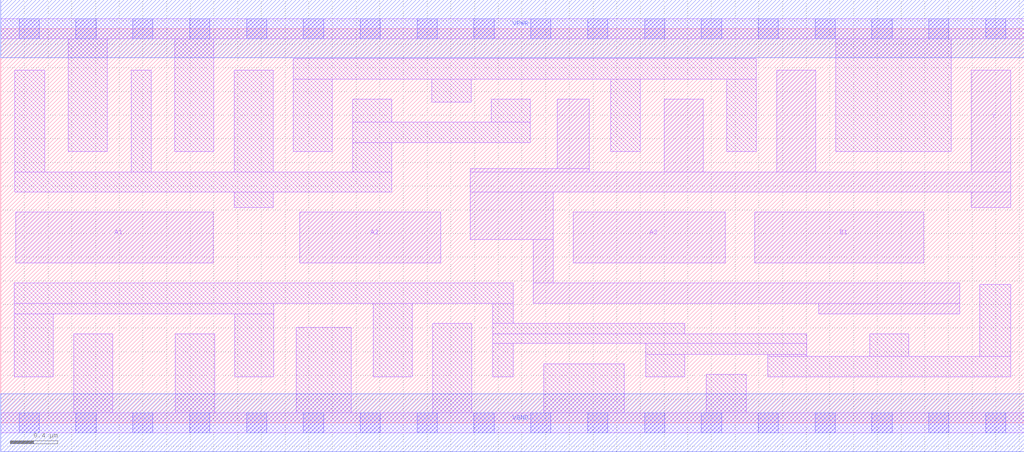
<source format=lef>
# Copyright 2020 The SkyWater PDK Authors
#
# Licensed under the Apache License, Version 2.0 (the "License");
# you may not use this file except in compliance with the License.
# You may obtain a copy of the License at
#
#     https://www.apache.org/licenses/LICENSE-2.0
#
# Unless required by applicable law or agreed to in writing, software
# distributed under the License is distributed on an "AS IS" BASIS,
# WITHOUT WARRANTIES OR CONDITIONS OF ANY KIND, either express or implied.
# See the License for the specific language governing permissions and
# limitations under the License.
#
# SPDX-License-Identifier: Apache-2.0

VERSION 5.7 ;
  NAMESCASESENSITIVE ON ;
  NOWIREEXTENSIONATPIN ON ;
  DIVIDERCHAR "/" ;
  BUSBITCHARS "[]" ;
UNITS
  DATABASE MICRONS 200 ;
END UNITS
MACRO sky130_fd_sc_ls__o31ai_4
  CLASS CORE ;
  SOURCE USER ;
  FOREIGN sky130_fd_sc_ls__o31ai_4 ;
  ORIGIN  0.000000  0.000000 ;
  SIZE  8.640000 BY  3.330000 ;
  SYMMETRY X Y ;
  SITE unit ;
  PIN A1
    ANTENNAGATEAREA  1.116000 ;
    DIRECTION INPUT ;
    USE SIGNAL ;
    PORT
      LAYER li1 ;
        RECT 0.125000 1.350000 1.795000 1.780000 ;
    END
  END A1
  PIN A2
    ANTENNAGATEAREA  1.116000 ;
    DIRECTION INPUT ;
    USE SIGNAL ;
    PORT
      LAYER li1 ;
        RECT 2.525000 1.350000 3.715000 1.780000 ;
    END
  END A2
  PIN A3
    ANTENNAGATEAREA  1.116000 ;
    DIRECTION INPUT ;
    USE SIGNAL ;
    PORT
      LAYER li1 ;
        RECT 4.835000 1.350000 6.115000 1.780000 ;
    END
  END A3
  PIN B1
    ANTENNAGATEAREA  0.780000 ;
    DIRECTION INPUT ;
    USE SIGNAL ;
    PORT
      LAYER li1 ;
        RECT 6.365000 1.350000 7.790000 1.780000 ;
    END
  END B1
  PIN Y
    ANTENNADIFFAREA  1.803200 ;
    DIRECTION OUTPUT ;
    USE SIGNAL ;
    PORT
      LAYER li1 ;
        RECT 3.965000 1.550000 4.665000 1.950000 ;
        RECT 3.965000 1.950000 8.525000 2.120000 ;
        RECT 3.965000 2.120000 4.970000 2.150000 ;
        RECT 4.495000 1.010000 8.095000 1.180000 ;
        RECT 4.495000 1.180000 4.665000 1.550000 ;
        RECT 4.700000 2.150000 4.970000 2.735000 ;
        RECT 5.600000 2.120000 5.930000 2.735000 ;
        RECT 6.550000 2.120000 6.880000 2.980000 ;
        RECT 6.905000 0.920000 8.095000 1.010000 ;
        RECT 8.195000 1.820000 8.525000 1.950000 ;
        RECT 8.195000 2.120000 8.525000 2.980000 ;
    END
  END Y
  PIN VGND
    DIRECTION INOUT ;
    SHAPE ABUTMENT ;
    USE GROUND ;
    PORT
      LAYER met1 ;
        RECT 0.000000 -0.245000 8.640000 0.245000 ;
    END
  END VGND
  PIN VPWR
    DIRECTION INOUT ;
    SHAPE ABUTMENT ;
    USE POWER ;
    PORT
      LAYER met1 ;
        RECT 0.000000 3.085000 8.640000 3.575000 ;
    END
  END VPWR
  OBS
    LAYER li1 ;
      RECT 0.000000 -0.085000 8.640000 0.085000 ;
      RECT 0.000000  3.245000 8.640000 3.415000 ;
      RECT 0.115000  0.390000 0.445000 0.920000 ;
      RECT 0.115000  0.920000 2.305000 1.010000 ;
      RECT 0.115000  1.010000 4.325000 1.180000 ;
      RECT 0.120000  1.950000 3.300000 2.120000 ;
      RECT 0.120000  2.120000 0.370000 2.980000 ;
      RECT 0.570000  2.290000 0.900000 3.245000 ;
      RECT 0.615000  0.085000 0.945000 0.750000 ;
      RECT 1.100000  2.120000 1.270000 2.980000 ;
      RECT 1.470000  2.290000 1.800000 3.245000 ;
      RECT 1.475000  0.085000 1.805000 0.750000 ;
      RECT 1.970000  1.820000 2.300000 1.950000 ;
      RECT 1.970000  2.120000 2.300000 2.980000 ;
      RECT 1.975000  0.390000 2.305000 0.920000 ;
      RECT 2.470000  2.290000 2.800000 2.905000 ;
      RECT 2.470000  2.905000 6.380000 3.075000 ;
      RECT 2.495000  0.085000 2.960000 0.805000 ;
      RECT 2.970000  2.120000 3.300000 2.370000 ;
      RECT 2.970000  2.370000 4.470000 2.540000 ;
      RECT 2.970000  2.540000 3.300000 2.735000 ;
      RECT 3.145000  0.390000 3.475000 1.010000 ;
      RECT 3.640000  2.710000 3.970000 2.905000 ;
      RECT 3.645000  0.085000 3.975000 0.840000 ;
      RECT 4.140000  2.540000 4.470000 2.735000 ;
      RECT 4.155000  0.390000 4.325000 0.670000 ;
      RECT 4.155000  0.670000 6.805000 0.750000 ;
      RECT 4.155000  0.750000 5.775000 0.840000 ;
      RECT 4.155000  0.840000 4.325000 1.010000 ;
      RECT 4.585000  0.085000 5.265000 0.500000 ;
      RECT 5.150000  2.290000 5.400000 2.905000 ;
      RECT 5.445000  0.390000 5.775000 0.580000 ;
      RECT 5.445000  0.580000 6.805000 0.670000 ;
      RECT 5.955000  0.085000 6.295000 0.410000 ;
      RECT 6.130000  2.290000 6.380000 2.905000 ;
      RECT 6.475000  0.390000 8.525000 0.560000 ;
      RECT 6.475000  0.560000 6.805000 0.580000 ;
      RECT 7.050000  2.290000 8.025000 3.245000 ;
      RECT 7.335000  0.560000 7.665000 0.750000 ;
      RECT 8.265000  0.560000 8.525000 1.170000 ;
    LAYER mcon ;
      RECT 0.155000 -0.085000 0.325000 0.085000 ;
      RECT 0.155000  3.245000 0.325000 3.415000 ;
      RECT 0.635000 -0.085000 0.805000 0.085000 ;
      RECT 0.635000  3.245000 0.805000 3.415000 ;
      RECT 1.115000 -0.085000 1.285000 0.085000 ;
      RECT 1.115000  3.245000 1.285000 3.415000 ;
      RECT 1.595000 -0.085000 1.765000 0.085000 ;
      RECT 1.595000  3.245000 1.765000 3.415000 ;
      RECT 2.075000 -0.085000 2.245000 0.085000 ;
      RECT 2.075000  3.245000 2.245000 3.415000 ;
      RECT 2.555000 -0.085000 2.725000 0.085000 ;
      RECT 2.555000  3.245000 2.725000 3.415000 ;
      RECT 3.035000 -0.085000 3.205000 0.085000 ;
      RECT 3.035000  3.245000 3.205000 3.415000 ;
      RECT 3.515000 -0.085000 3.685000 0.085000 ;
      RECT 3.515000  3.245000 3.685000 3.415000 ;
      RECT 3.995000 -0.085000 4.165000 0.085000 ;
      RECT 3.995000  3.245000 4.165000 3.415000 ;
      RECT 4.475000 -0.085000 4.645000 0.085000 ;
      RECT 4.475000  3.245000 4.645000 3.415000 ;
      RECT 4.955000 -0.085000 5.125000 0.085000 ;
      RECT 4.955000  3.245000 5.125000 3.415000 ;
      RECT 5.435000 -0.085000 5.605000 0.085000 ;
      RECT 5.435000  3.245000 5.605000 3.415000 ;
      RECT 5.915000 -0.085000 6.085000 0.085000 ;
      RECT 5.915000  3.245000 6.085000 3.415000 ;
      RECT 6.395000 -0.085000 6.565000 0.085000 ;
      RECT 6.395000  3.245000 6.565000 3.415000 ;
      RECT 6.875000 -0.085000 7.045000 0.085000 ;
      RECT 6.875000  3.245000 7.045000 3.415000 ;
      RECT 7.355000 -0.085000 7.525000 0.085000 ;
      RECT 7.355000  3.245000 7.525000 3.415000 ;
      RECT 7.835000 -0.085000 8.005000 0.085000 ;
      RECT 7.835000  3.245000 8.005000 3.415000 ;
      RECT 8.315000 -0.085000 8.485000 0.085000 ;
      RECT 8.315000  3.245000 8.485000 3.415000 ;
  END
END sky130_fd_sc_ls__o31ai_4
END LIBRARY

</source>
